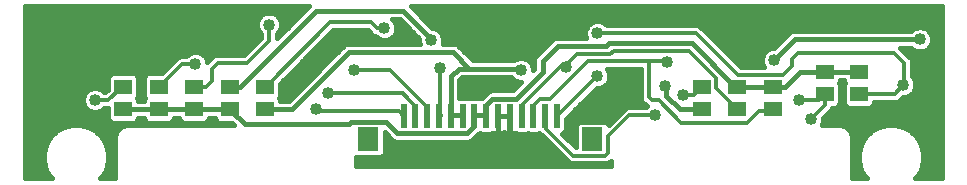
<source format=gtl>
G75*
%MOIN*%
%OFA0B0*%
%FSLAX25Y25*%
%IPPOS*%
%LPD*%
%AMOC8*
5,1,8,0,0,1.08239X$1,22.5*
%
%ADD10R,0.05906X0.05118*%
%ADD11R,0.01969X0.07874*%
%ADD12R,0.07087X0.07874*%
%ADD13C,0.01600*%
%ADD14C,0.04000*%
%ADD15C,0.04356*%
%ADD16C,0.01200*%
D10*
X0039202Y0029556D03*
X0051013Y0029556D03*
X0062824Y0029556D03*
X0074635Y0029556D03*
X0086446Y0029556D03*
X0086446Y0037036D03*
X0074635Y0037036D03*
X0062824Y0037036D03*
X0051013Y0037036D03*
X0039202Y0037036D03*
X0232115Y0037036D03*
X0243926Y0037036D03*
X0255737Y0037036D03*
X0273060Y0034674D03*
X0284477Y0034674D03*
X0255737Y0029556D03*
X0243926Y0029556D03*
X0232115Y0029556D03*
X0273060Y0042154D03*
X0284477Y0042154D03*
D11*
X0183808Y0027391D03*
X0179871Y0027391D03*
X0175934Y0027391D03*
X0171997Y0027391D03*
X0168060Y0027391D03*
X0164123Y0027391D03*
X0160186Y0027391D03*
X0156249Y0027391D03*
X0152312Y0027391D03*
X0148375Y0027391D03*
X0144438Y0027391D03*
X0140501Y0027391D03*
X0136564Y0027391D03*
X0132627Y0027391D03*
D12*
X0120816Y0019517D03*
X0195619Y0019517D03*
D13*
X0006600Y0006600D02*
X0006600Y0063929D01*
X0101139Y0063929D01*
X0090380Y0053171D01*
X0090380Y0054735D01*
X0091171Y0055526D01*
X0091780Y0056996D01*
X0091780Y0058588D01*
X0091171Y0060058D01*
X0090046Y0061183D01*
X0088576Y0061792D01*
X0086985Y0061792D01*
X0085514Y0061183D01*
X0084389Y0060058D01*
X0083780Y0058588D01*
X0083780Y0056996D01*
X0084389Y0055526D01*
X0085180Y0054735D01*
X0085180Y0053424D01*
X0079463Y0047707D01*
X0070180Y0047707D01*
X0069225Y0047311D01*
X0067280Y0045367D01*
X0067280Y0045375D01*
X0066671Y0046845D01*
X0065546Y0047971D01*
X0064076Y0048580D01*
X0062485Y0048580D01*
X0061014Y0047971D01*
X0060223Y0047180D01*
X0058232Y0047180D01*
X0057276Y0046784D01*
X0056545Y0046052D01*
X0052088Y0041595D01*
X0047231Y0041595D01*
X0046060Y0040424D01*
X0046060Y0033649D01*
X0046413Y0033296D01*
X0046060Y0032943D01*
X0046060Y0032411D01*
X0044154Y0032411D01*
X0044154Y0032943D01*
X0043802Y0033296D01*
X0044154Y0033649D01*
X0044154Y0040424D01*
X0042983Y0041595D01*
X0035420Y0041595D01*
X0034249Y0040424D01*
X0034249Y0036256D01*
X0033203Y0035211D01*
X0032837Y0035211D01*
X0032046Y0036002D01*
X0030576Y0036611D01*
X0028985Y0036611D01*
X0027514Y0036002D01*
X0026389Y0034877D01*
X0025780Y0033407D01*
X0025780Y0031815D01*
X0026389Y0030345D01*
X0027514Y0029220D01*
X0028985Y0028611D01*
X0030576Y0028611D01*
X0032046Y0029220D01*
X0032837Y0030011D01*
X0034249Y0030011D01*
X0034249Y0026168D01*
X0035420Y0024997D01*
X0042983Y0024997D01*
X0044154Y0026168D01*
X0044154Y0026811D01*
X0046060Y0026811D01*
X0046060Y0026168D01*
X0047231Y0024997D01*
X0054794Y0024997D01*
X0055965Y0026168D01*
X0055965Y0026811D01*
X0057871Y0026811D01*
X0057871Y0026168D01*
X0059042Y0024997D01*
X0066605Y0024997D01*
X0067776Y0026168D01*
X0067776Y0026811D01*
X0069682Y0026811D01*
X0069682Y0026168D01*
X0070853Y0024997D01*
X0075435Y0024997D01*
X0076115Y0024317D01*
X0040215Y0024317D01*
X0038451Y0023586D01*
X0037101Y0022236D01*
X0036370Y0020471D01*
X0036370Y0006600D01*
X0031582Y0006600D01*
X0032020Y0007038D01*
X0033429Y0009479D01*
X0034159Y0012202D01*
X0034159Y0015020D01*
X0033429Y0017743D01*
X0032020Y0020184D01*
X0030027Y0022178D01*
X0027586Y0023587D01*
X0024863Y0024317D01*
X0022044Y0024317D01*
X0019321Y0023587D01*
X0016880Y0022178D01*
X0014887Y0020184D01*
X0013478Y0017743D01*
X0012748Y0015020D01*
X0012748Y0012202D01*
X0013478Y0009479D01*
X0014887Y0007038D01*
X0015325Y0006600D01*
X0006600Y0006600D01*
X0006600Y0007217D02*
X0014783Y0007217D01*
X0013861Y0008815D02*
X0006600Y0008815D01*
X0006600Y0010414D02*
X0013227Y0010414D01*
X0012799Y0012013D02*
X0006600Y0012013D01*
X0006600Y0013611D02*
X0012748Y0013611D01*
X0012799Y0015210D02*
X0006600Y0015210D01*
X0006600Y0016808D02*
X0013227Y0016808D01*
X0013861Y0018407D02*
X0006600Y0018407D01*
X0006600Y0020005D02*
X0014783Y0020005D01*
X0016306Y0021604D02*
X0006600Y0021604D01*
X0006600Y0023202D02*
X0018655Y0023202D01*
X0028252Y0023202D02*
X0038067Y0023202D01*
X0036839Y0021604D02*
X0030601Y0021604D01*
X0032124Y0020005D02*
X0036370Y0020005D01*
X0036370Y0018407D02*
X0033046Y0018407D01*
X0033680Y0016808D02*
X0036370Y0016808D01*
X0036370Y0015210D02*
X0034108Y0015210D01*
X0034159Y0013611D02*
X0036370Y0013611D01*
X0036370Y0012013D02*
X0034108Y0012013D01*
X0033680Y0010414D02*
X0036370Y0010414D01*
X0036370Y0008815D02*
X0033046Y0008815D01*
X0032124Y0007217D02*
X0036370Y0007217D01*
X0006600Y0024801D02*
X0075631Y0024801D01*
X0079780Y0024611D02*
X0079804Y0024635D01*
X0114398Y0024635D01*
X0115186Y0025422D01*
X0126729Y0025422D01*
X0130540Y0021611D01*
X0153780Y0021611D01*
X0156280Y0024111D01*
X0156280Y0026611D01*
X0156249Y0027391D01*
X0156280Y0027611D01*
X0159780Y0027611D01*
X0160186Y0027391D01*
X0160280Y0028111D01*
X0160280Y0031111D01*
X0162280Y0033111D01*
X0170119Y0033111D01*
X0178965Y0041957D01*
X0178965Y0045501D01*
X0184083Y0050619D01*
X0200225Y0050619D01*
X0201217Y0051611D01*
X0228780Y0051611D01*
X0243280Y0037111D01*
X0243926Y0037036D01*
X0244280Y0037111D01*
X0255280Y0037111D01*
X0255737Y0037036D01*
X0259871Y0037036D01*
X0264792Y0041957D01*
X0272863Y0041957D01*
X0273060Y0042154D01*
X0284477Y0042154D01*
X0279524Y0039354D02*
X0279524Y0038767D01*
X0279877Y0038414D01*
X0279524Y0038061D01*
X0279524Y0031287D01*
X0280696Y0030115D01*
X0288258Y0030115D01*
X0289430Y0031287D01*
X0289430Y0032074D01*
X0296860Y0032074D01*
X0297816Y0032470D01*
X0298957Y0033611D01*
X0300076Y0033611D01*
X0301546Y0034220D01*
X0302671Y0035345D01*
X0303280Y0036815D01*
X0303280Y0038407D01*
X0302671Y0039877D01*
X0302038Y0040510D01*
X0302038Y0045624D01*
X0301642Y0046580D01*
X0300911Y0047311D01*
X0298143Y0050079D01*
X0301935Y0050079D01*
X0302526Y0049488D01*
X0303996Y0048879D01*
X0305588Y0048879D01*
X0307058Y0049488D01*
X0308183Y0050613D01*
X0308792Y0052083D01*
X0308792Y0053674D01*
X0308183Y0055145D01*
X0307058Y0056270D01*
X0305588Y0056879D01*
X0303996Y0056879D01*
X0302526Y0056270D01*
X0301935Y0055679D01*
X0262460Y0055679D01*
X0261430Y0055252D01*
X0256108Y0049930D01*
X0255272Y0049930D01*
X0253802Y0049321D01*
X0252677Y0048196D01*
X0252068Y0046726D01*
X0252068Y0045134D01*
X0252657Y0043711D01*
X0245062Y0043711D01*
X0232351Y0056422D01*
X0231619Y0057154D01*
X0230664Y0057550D01*
X0200361Y0057550D01*
X0199546Y0058364D01*
X0198076Y0058973D01*
X0196485Y0058973D01*
X0195014Y0058364D01*
X0193889Y0057239D01*
X0193280Y0055769D01*
X0193280Y0054178D01*
X0193595Y0053419D01*
X0183527Y0053419D01*
X0182497Y0052993D01*
X0181710Y0052205D01*
X0177379Y0047875D01*
X0176592Y0047087D01*
X0176165Y0046058D01*
X0176165Y0043117D01*
X0175780Y0042732D01*
X0175780Y0043407D01*
X0175171Y0044877D01*
X0174046Y0046002D01*
X0172576Y0046611D01*
X0170985Y0046611D01*
X0169514Y0046002D01*
X0169451Y0045939D01*
X0155716Y0045939D01*
X0151457Y0050197D01*
X0150670Y0050985D01*
X0149640Y0051411D01*
X0145719Y0051411D01*
X0145887Y0051815D01*
X0145887Y0053407D01*
X0145278Y0054877D01*
X0144152Y0056002D01*
X0142682Y0056611D01*
X0142287Y0056611D01*
X0134969Y0063929D01*
X0311961Y0063929D01*
X0311961Y0006600D01*
X0303236Y0006600D01*
X0303674Y0007038D01*
X0305083Y0009479D01*
X0305813Y0012202D01*
X0305813Y0015020D01*
X0305083Y0017743D01*
X0303674Y0020184D01*
X0301680Y0022178D01*
X0299239Y0023587D01*
X0296516Y0024317D01*
X0293698Y0024317D01*
X0290975Y0023587D01*
X0288534Y0022178D01*
X0286541Y0020184D01*
X0285131Y0017743D01*
X0284402Y0015020D01*
X0284402Y0012202D01*
X0285131Y0009479D01*
X0286541Y0007038D01*
X0286978Y0006600D01*
X0282191Y0006600D01*
X0282191Y0020471D01*
X0281460Y0022236D01*
X0280110Y0023586D01*
X0278345Y0024317D01*
X0271958Y0024317D01*
X0272473Y0025559D01*
X0272473Y0026678D01*
X0275264Y0029469D01*
X0275532Y0030115D01*
X0276841Y0030115D01*
X0278013Y0031287D01*
X0278013Y0038061D01*
X0277660Y0038414D01*
X0278013Y0038767D01*
X0278013Y0039354D01*
X0279524Y0039354D01*
X0279524Y0039187D02*
X0278013Y0039187D01*
X0278013Y0037589D02*
X0279524Y0037589D01*
X0279524Y0035990D02*
X0278013Y0035990D01*
X0278013Y0034392D02*
X0279524Y0034392D01*
X0279524Y0032793D02*
X0278013Y0032793D01*
X0277921Y0031195D02*
X0279616Y0031195D01*
X0275317Y0029596D02*
X0311961Y0029596D01*
X0311961Y0027998D02*
X0273793Y0027998D01*
X0272473Y0026399D02*
X0311961Y0026399D01*
X0311961Y0024801D02*
X0272159Y0024801D01*
X0280493Y0023202D02*
X0290308Y0023202D01*
X0287960Y0021604D02*
X0281722Y0021604D01*
X0282191Y0020005D02*
X0286437Y0020005D01*
X0285514Y0018407D02*
X0282191Y0018407D01*
X0282191Y0016808D02*
X0284881Y0016808D01*
X0284452Y0015210D02*
X0282191Y0015210D01*
X0282191Y0013611D02*
X0284402Y0013611D01*
X0284452Y0012013D02*
X0282191Y0012013D01*
X0282191Y0010414D02*
X0284881Y0010414D01*
X0285514Y0008815D02*
X0282191Y0008815D01*
X0282191Y0007217D02*
X0286437Y0007217D01*
X0303777Y0007217D02*
X0311961Y0007217D01*
X0311961Y0008815D02*
X0304700Y0008815D01*
X0305334Y0010414D02*
X0311961Y0010414D01*
X0311961Y0012013D02*
X0305762Y0012013D01*
X0305813Y0013611D02*
X0311961Y0013611D01*
X0311961Y0015210D02*
X0305762Y0015210D01*
X0305334Y0016808D02*
X0311961Y0016808D01*
X0311961Y0018407D02*
X0304700Y0018407D01*
X0303777Y0020005D02*
X0311961Y0020005D01*
X0311961Y0021604D02*
X0302254Y0021604D01*
X0299906Y0023202D02*
X0311961Y0023202D01*
X0311961Y0031195D02*
X0289338Y0031195D01*
X0298139Y0032793D02*
X0311961Y0032793D01*
X0311961Y0034392D02*
X0301718Y0034392D01*
X0302938Y0035990D02*
X0311961Y0035990D01*
X0311961Y0037589D02*
X0303280Y0037589D01*
X0302957Y0039187D02*
X0311961Y0039187D01*
X0311961Y0040786D02*
X0302038Y0040786D01*
X0302038Y0042384D02*
X0311961Y0042384D01*
X0311961Y0043983D02*
X0302038Y0043983D01*
X0302038Y0045581D02*
X0311961Y0045581D01*
X0311961Y0047180D02*
X0301042Y0047180D01*
X0299444Y0048778D02*
X0311961Y0048778D01*
X0311961Y0050377D02*
X0307947Y0050377D01*
X0308747Y0051975D02*
X0311961Y0051975D01*
X0311961Y0053574D02*
X0308792Y0053574D01*
X0304792Y0052879D02*
X0263017Y0052879D01*
X0256068Y0045930D01*
X0252068Y0045581D02*
X0243192Y0045581D01*
X0241593Y0047180D02*
X0252256Y0047180D01*
X0253259Y0048778D02*
X0239995Y0048778D01*
X0238396Y0050377D02*
X0256555Y0050377D01*
X0258153Y0051975D02*
X0236798Y0051975D01*
X0235199Y0053574D02*
X0259752Y0053574D01*
X0261350Y0055172D02*
X0233601Y0055172D01*
X0232002Y0056771D02*
X0303736Y0056771D01*
X0305848Y0056771D02*
X0311961Y0056771D01*
X0311961Y0055172D02*
X0308155Y0055172D01*
X0311961Y0058369D02*
X0199534Y0058369D01*
X0195027Y0058369D02*
X0140529Y0058369D01*
X0138931Y0059968D02*
X0311961Y0059968D01*
X0311961Y0061566D02*
X0137332Y0061566D01*
X0132509Y0062430D02*
X0141887Y0053052D01*
X0141887Y0052611D01*
X0145817Y0053574D02*
X0193530Y0053574D01*
X0193280Y0055172D02*
X0144982Y0055172D01*
X0142128Y0056771D02*
X0193695Y0056771D01*
X0181710Y0052205D02*
X0181710Y0052205D01*
X0181480Y0051975D02*
X0145887Y0051975D01*
X0151277Y0050377D02*
X0179882Y0050377D01*
X0178283Y0048778D02*
X0152876Y0048778D01*
X0149083Y0048611D02*
X0114501Y0048611D01*
X0095501Y0029611D01*
X0086780Y0029611D01*
X0086446Y0029556D01*
X0091398Y0032411D02*
X0091398Y0032943D01*
X0091046Y0033296D01*
X0091398Y0033649D01*
X0091398Y0038052D01*
X0109239Y0055893D01*
X0120802Y0055893D01*
X0121556Y0055138D01*
X0122288Y0054407D01*
X0123209Y0054025D01*
X0124014Y0053220D01*
X0125485Y0052611D01*
X0127076Y0052611D01*
X0128546Y0053220D01*
X0129671Y0054345D01*
X0130280Y0055815D01*
X0130280Y0057407D01*
X0129671Y0058877D01*
X0128918Y0059630D01*
X0131349Y0059630D01*
X0137887Y0053092D01*
X0137887Y0051815D01*
X0138054Y0051411D01*
X0113944Y0051411D01*
X0112915Y0050985D01*
X0112127Y0050197D01*
X0094341Y0032411D01*
X0091398Y0032411D01*
X0091398Y0032793D02*
X0094723Y0032793D01*
X0096322Y0034392D02*
X0091398Y0034392D01*
X0091398Y0035990D02*
X0097920Y0035990D01*
X0099519Y0037589D02*
X0091398Y0037589D01*
X0092533Y0039187D02*
X0101117Y0039187D01*
X0102716Y0040786D02*
X0094132Y0040786D01*
X0095730Y0042384D02*
X0104314Y0042384D01*
X0105913Y0043983D02*
X0097329Y0043983D01*
X0098927Y0045581D02*
X0107511Y0045581D01*
X0109110Y0047180D02*
X0100526Y0047180D01*
X0102125Y0048778D02*
X0110708Y0048778D01*
X0112127Y0050197D02*
X0112127Y0050197D01*
X0112307Y0050377D02*
X0103723Y0050377D01*
X0105322Y0051975D02*
X0137887Y0051975D01*
X0137405Y0053574D02*
X0128900Y0053574D01*
X0130014Y0055172D02*
X0135806Y0055172D01*
X0134208Y0056771D02*
X0130280Y0056771D01*
X0129882Y0058369D02*
X0132609Y0058369D01*
X0132509Y0062430D02*
X0103599Y0062430D01*
X0078280Y0037111D01*
X0074780Y0037111D01*
X0074635Y0037036D01*
X0052877Y0042384D02*
X0006600Y0042384D01*
X0006600Y0040786D02*
X0034611Y0040786D01*
X0034249Y0039187D02*
X0006600Y0039187D01*
X0006600Y0037589D02*
X0034249Y0037589D01*
X0033983Y0035990D02*
X0032058Y0035990D01*
X0027503Y0035990D02*
X0006600Y0035990D01*
X0006600Y0034392D02*
X0026188Y0034392D01*
X0025780Y0032793D02*
X0006600Y0032793D01*
X0006600Y0031195D02*
X0026037Y0031195D01*
X0027138Y0029596D02*
X0006600Y0029596D01*
X0006600Y0027998D02*
X0034249Y0027998D01*
X0034249Y0029596D02*
X0032422Y0029596D01*
X0039202Y0029556D02*
X0039280Y0029611D01*
X0050780Y0029611D01*
X0051013Y0029556D01*
X0051780Y0029611D01*
X0062780Y0029611D01*
X0062824Y0029556D01*
X0063280Y0029611D01*
X0074280Y0029611D01*
X0074635Y0029556D01*
X0075280Y0029111D01*
X0079780Y0024611D01*
X0079780Y0024607D01*
X0069682Y0026399D02*
X0067776Y0026399D01*
X0057871Y0026399D02*
X0055965Y0026399D01*
X0046060Y0026399D02*
X0044154Y0026399D01*
X0034249Y0026399D02*
X0006600Y0026399D01*
X0044154Y0032793D02*
X0046060Y0032793D01*
X0046060Y0034392D02*
X0044154Y0034392D01*
X0044154Y0035990D02*
X0046060Y0035990D01*
X0046060Y0037589D02*
X0044154Y0037589D01*
X0044154Y0039187D02*
X0046060Y0039187D01*
X0046422Y0040786D02*
X0043792Y0040786D01*
X0054475Y0043983D02*
X0006600Y0043983D01*
X0006600Y0045581D02*
X0056074Y0045581D01*
X0060224Y0047180D02*
X0006600Y0047180D01*
X0006600Y0048778D02*
X0080534Y0048778D01*
X0082133Y0050377D02*
X0006600Y0050377D01*
X0006600Y0051975D02*
X0083731Y0051975D01*
X0085180Y0053574D02*
X0006600Y0053574D01*
X0006600Y0055172D02*
X0084743Y0055172D01*
X0083874Y0056771D02*
X0006600Y0056771D01*
X0006600Y0058369D02*
X0083780Y0058369D01*
X0084352Y0059968D02*
X0006600Y0059968D01*
X0006600Y0061566D02*
X0086440Y0061566D01*
X0089121Y0061566D02*
X0098776Y0061566D01*
X0097177Y0059968D02*
X0091209Y0059968D01*
X0091780Y0058369D02*
X0095579Y0058369D01*
X0093980Y0056771D02*
X0091687Y0056771D01*
X0092382Y0055172D02*
X0090817Y0055172D01*
X0090783Y0053574D02*
X0090380Y0053574D01*
X0106920Y0053574D02*
X0123661Y0053574D01*
X0121522Y0055172D02*
X0108519Y0055172D01*
X0100374Y0063165D02*
X0006600Y0063165D01*
X0066337Y0047180D02*
X0069093Y0047180D01*
X0067495Y0045581D02*
X0067195Y0045581D01*
X0135733Y0063165D02*
X0311961Y0063165D01*
X0252545Y0043983D02*
X0244790Y0043983D01*
X0255737Y0037036D02*
X0256280Y0037111D01*
X0232115Y0029556D02*
X0231780Y0029611D01*
X0224780Y0029611D01*
X0220280Y0034111D01*
X0220280Y0037080D01*
X0219887Y0037473D01*
X0211818Y0037589D02*
X0199915Y0037589D01*
X0199546Y0037220D02*
X0200671Y0038345D01*
X0201280Y0039815D01*
X0201280Y0041407D01*
X0200671Y0042877D01*
X0200537Y0043011D01*
X0211818Y0043011D01*
X0211818Y0033094D01*
X0212214Y0032138D01*
X0213316Y0031036D01*
X0213842Y0030510D01*
X0213542Y0030211D01*
X0207263Y0030211D01*
X0206308Y0029815D01*
X0200968Y0024476D01*
X0199991Y0025454D01*
X0191247Y0025454D01*
X0190076Y0024282D01*
X0190076Y0016993D01*
X0185615Y0021454D01*
X0185621Y0021454D01*
X0186792Y0022625D01*
X0186792Y0026446D01*
X0196957Y0036611D01*
X0198076Y0036611D01*
X0199546Y0037220D01*
X0196336Y0035990D02*
X0211818Y0035990D01*
X0211818Y0034392D02*
X0194738Y0034392D01*
X0193139Y0032793D02*
X0211943Y0032793D01*
X0213158Y0031195D02*
X0191541Y0031195D01*
X0189942Y0029596D02*
X0206088Y0029596D01*
X0204490Y0027998D02*
X0188344Y0027998D01*
X0186792Y0026399D02*
X0202891Y0026399D01*
X0201293Y0024801D02*
X0200644Y0024801D01*
X0190594Y0024801D02*
X0186792Y0024801D01*
X0186792Y0023202D02*
X0190076Y0023202D01*
X0190076Y0021604D02*
X0185771Y0021604D01*
X0187063Y0020005D02*
X0190076Y0020005D01*
X0190076Y0018407D02*
X0188662Y0018407D01*
X0182906Y0016808D02*
X0126359Y0016808D01*
X0126359Y0015210D02*
X0184505Y0015210D01*
X0186103Y0013611D02*
X0125219Y0013611D01*
X0125187Y0013580D02*
X0126359Y0014751D01*
X0126359Y0021832D01*
X0128954Y0019237D01*
X0129983Y0018811D01*
X0154337Y0018811D01*
X0155366Y0019237D01*
X0156154Y0020025D01*
X0157583Y0021454D01*
X0158061Y0021454D01*
X0158217Y0021609D01*
X0158373Y0021454D01*
X0161998Y0021454D01*
X0162366Y0021821D01*
X0162444Y0021776D01*
X0162902Y0021654D01*
X0164123Y0021654D01*
X0165344Y0021654D01*
X0165802Y0021776D01*
X0166091Y0021943D01*
X0166381Y0021776D01*
X0166839Y0021654D01*
X0168060Y0021654D01*
X0169281Y0021654D01*
X0169739Y0021776D01*
X0169817Y0021821D01*
X0170184Y0021454D01*
X0173810Y0021454D01*
X0173965Y0021609D01*
X0174121Y0021454D01*
X0177747Y0021454D01*
X0177902Y0021609D01*
X0178058Y0021454D01*
X0178261Y0021454D01*
X0178808Y0020907D01*
X0187808Y0011907D01*
X0188763Y0011511D01*
X0200297Y0011511D01*
X0201253Y0011907D01*
X0201724Y0012378D01*
X0201724Y0010537D01*
X0116836Y0010537D01*
X0116836Y0013580D01*
X0125187Y0013580D01*
X0116836Y0012013D02*
X0187702Y0012013D01*
X0201359Y0012013D02*
X0201724Y0012013D01*
X0181308Y0018407D02*
X0126359Y0018407D01*
X0126359Y0020005D02*
X0128186Y0020005D01*
X0126588Y0021604D02*
X0126359Y0021604D01*
X0144438Y0027391D02*
X0144780Y0027611D01*
X0148375Y0027391D02*
X0148375Y0040501D01*
X0151013Y0043139D01*
X0154556Y0043139D01*
X0149083Y0048611D01*
X0151457Y0050197D02*
X0151457Y0050197D01*
X0154474Y0047180D02*
X0176685Y0047180D01*
X0176165Y0045581D02*
X0174467Y0045581D01*
X0175542Y0043983D02*
X0176165Y0043983D01*
X0171780Y0042611D02*
X0171253Y0043139D01*
X0154556Y0043139D01*
X0152172Y0040339D02*
X0168396Y0040339D01*
X0169514Y0039220D01*
X0170985Y0038611D01*
X0171659Y0038611D01*
X0168959Y0035911D01*
X0162837Y0035911D01*
X0161723Y0035911D01*
X0160694Y0035485D01*
X0158694Y0033485D01*
X0158537Y0033328D01*
X0158373Y0033328D01*
X0158217Y0033172D01*
X0158061Y0033328D01*
X0154436Y0033328D01*
X0154280Y0033172D01*
X0154124Y0033328D01*
X0151175Y0033328D01*
X0151175Y0039341D01*
X0152172Y0040339D01*
X0151175Y0039187D02*
X0169594Y0039187D01*
X0170637Y0037589D02*
X0151175Y0037589D01*
X0151175Y0035990D02*
X0169038Y0035990D01*
X0159601Y0034392D02*
X0151175Y0034392D01*
X0152280Y0027611D02*
X0149280Y0027611D01*
X0148375Y0027391D01*
X0148780Y0027611D01*
X0152280Y0027611D02*
X0152312Y0027391D01*
X0164123Y0027390D02*
X0164123Y0027390D01*
X0164123Y0021654D01*
X0164123Y0027390D01*
X0164123Y0027391D01*
X0166907Y0027391D01*
X0168060Y0027391D01*
X0167780Y0026611D01*
X0167780Y0014706D01*
X0156154Y0020025D02*
X0156154Y0020025D01*
X0156134Y0020005D02*
X0179709Y0020005D01*
X0177908Y0021604D02*
X0177897Y0021604D01*
X0173971Y0021604D02*
X0173960Y0021604D01*
X0170034Y0021604D02*
X0162149Y0021604D01*
X0168060Y0021654D02*
X0168060Y0027390D01*
X0168060Y0021654D01*
X0168060Y0023202D02*
X0168060Y0023202D01*
X0164123Y0023202D02*
X0164123Y0023202D01*
X0164123Y0024801D02*
X0164123Y0024801D01*
X0168060Y0024801D02*
X0168060Y0024801D01*
X0168060Y0026399D02*
X0168060Y0026399D01*
X0168060Y0027390D02*
X0168060Y0027390D01*
X0164123Y0027390D01*
X0164123Y0026399D02*
X0164123Y0026399D01*
X0168060Y0027390D02*
X0168060Y0027391D01*
X0158223Y0021604D02*
X0158212Y0021604D01*
X0201020Y0039187D02*
X0211818Y0039187D01*
X0211818Y0040786D02*
X0201280Y0040786D01*
X0200875Y0042384D02*
X0211818Y0042384D01*
D14*
X0220387Y0045217D03*
X0197280Y0040611D03*
X0186780Y0043824D03*
X0171780Y0042611D03*
X0157312Y0037233D03*
X0144780Y0043430D03*
X0116280Y0042611D03*
X0107355Y0034867D03*
X0103461Y0029792D03*
X0063280Y0044580D03*
X0029780Y0032611D03*
X0126280Y0056611D03*
X0141887Y0052611D03*
X0159280Y0052981D03*
X0197280Y0054973D03*
X0241957Y0052981D03*
X0256068Y0045930D03*
X0219887Y0037473D03*
X0225887Y0034398D03*
X0216599Y0027611D03*
X0196682Y0027391D03*
X0167780Y0014706D03*
X0264619Y0032717D03*
X0268473Y0026355D03*
X0295107Y0029359D03*
X0299280Y0037611D03*
X0304792Y0052879D03*
X0087780Y0057792D03*
X0078572Y0056918D03*
X0038808Y0058099D03*
D15*
X0117942Y0052981D03*
D16*
X0121879Y0058493D02*
X0123761Y0056611D01*
X0126280Y0056611D01*
X0121879Y0058493D02*
X0108162Y0058493D01*
X0086780Y0037111D01*
X0086446Y0037036D01*
X0068729Y0039060D02*
X0066780Y0037111D01*
X0063280Y0037111D01*
X0062824Y0037036D01*
X0068729Y0039060D02*
X0068729Y0043139D01*
X0070698Y0045107D01*
X0080540Y0045107D01*
X0087780Y0052347D01*
X0087780Y0057792D01*
X0063280Y0044580D02*
X0058749Y0044580D01*
X0051280Y0037111D01*
X0051013Y0037036D01*
X0039202Y0037036D02*
X0038780Y0037111D01*
X0034280Y0032611D01*
X0029780Y0032611D01*
X0103461Y0029792D02*
X0104288Y0028965D01*
X0131052Y0028965D01*
X0132627Y0027391D01*
X0132280Y0027611D01*
X0136280Y0027611D02*
X0136564Y0027391D01*
X0136280Y0027611D02*
X0136280Y0031111D01*
X0134280Y0033111D01*
X0134269Y0033111D01*
X0132509Y0034871D01*
X0107359Y0034871D01*
X0107355Y0034867D01*
X0128280Y0042611D02*
X0140280Y0030611D01*
X0140280Y0027611D01*
X0140501Y0027391D01*
X0144780Y0027611D02*
X0144780Y0043430D01*
X0128280Y0042611D02*
X0116280Y0042611D01*
X0172280Y0031111D02*
X0172280Y0027611D01*
X0171997Y0027391D01*
X0175934Y0027391D02*
X0176280Y0027611D01*
X0176280Y0031111D01*
X0178280Y0033111D01*
X0181461Y0033111D01*
X0193961Y0045611D01*
X0214418Y0045611D01*
X0219993Y0045611D01*
X0220387Y0045217D01*
X0214418Y0045611D02*
X0214418Y0033611D01*
X0215520Y0032509D01*
X0217883Y0032509D01*
X0225280Y0025111D01*
X0247280Y0025111D01*
X0251280Y0029111D01*
X0255280Y0029111D01*
X0255737Y0029556D01*
X0243926Y0029556D02*
X0243780Y0029611D01*
X0236780Y0036611D01*
X0236780Y0040111D01*
X0227780Y0049111D01*
X0202780Y0049111D01*
X0201532Y0047863D01*
X0190532Y0047863D01*
X0187280Y0044611D01*
X0187280Y0044324D01*
X0186780Y0043824D01*
X0185993Y0044611D01*
X0185780Y0044611D01*
X0172280Y0031111D01*
X0179871Y0027391D02*
X0180280Y0027111D01*
X0180280Y0023111D01*
X0189280Y0014111D01*
X0199780Y0014111D01*
X0200780Y0015111D01*
X0200780Y0020611D01*
X0207780Y0027611D01*
X0216599Y0027611D01*
X0225887Y0034398D02*
X0229477Y0034398D01*
X0232115Y0037036D01*
X0243985Y0041111D02*
X0259221Y0041111D01*
X0262036Y0043926D01*
X0262036Y0046288D01*
X0264005Y0048257D01*
X0296288Y0048257D01*
X0299438Y0045107D01*
X0299438Y0037769D01*
X0299280Y0037611D01*
X0296343Y0034674D01*
X0284477Y0034674D01*
X0273060Y0034674D02*
X0271103Y0032717D01*
X0264619Y0032717D01*
X0273060Y0030942D02*
X0273060Y0034674D01*
X0273060Y0030942D02*
X0268473Y0026355D01*
X0243985Y0041111D02*
X0230146Y0054950D01*
X0197304Y0054950D01*
X0197280Y0054973D01*
X0197280Y0040611D02*
X0184280Y0027611D01*
X0183808Y0027391D01*
M02*

</source>
